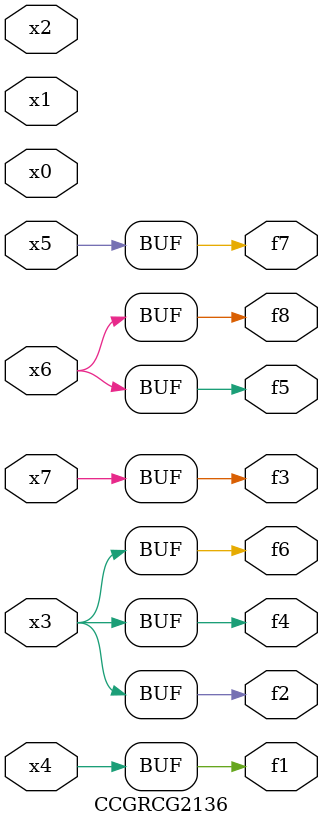
<source format=v>
module CCGRCG2136(
	input x0, x1, x2, x3, x4, x5, x6, x7,
	output f1, f2, f3, f4, f5, f6, f7, f8
);
	assign f1 = x4;
	assign f2 = x3;
	assign f3 = x7;
	assign f4 = x3;
	assign f5 = x6;
	assign f6 = x3;
	assign f7 = x5;
	assign f8 = x6;
endmodule

</source>
